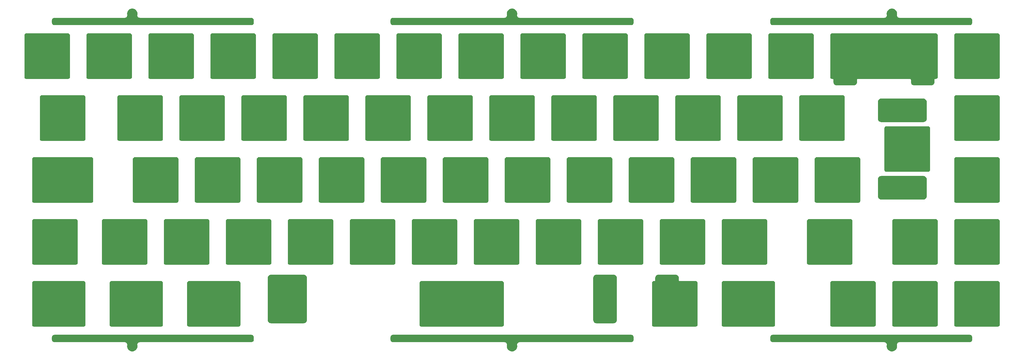
<source format=gbr>
%TF.GenerationSoftware,Altium Limited,Altium Designer,21.6.4 (81)*%
G04 Layer_Color=0*
%FSLAX45Y45*%
%MOMM*%
%TF.SameCoordinates,04F12F75-4F8B-4F25-9211-7CF3C9368DE0*%
%TF.FilePolarity,Positive*%
%TF.FileFunction,NonPlated,1,2,NPTH,Drill*%
%TF.Part,Single*%
G01*
G75*
G36*
X17368750Y6423502D02*
Y5133502D01*
X17367372Y5121263D01*
X17363304Y5109638D01*
X17356750Y5099210D01*
X17348042Y5090501D01*
X17337613Y5083948D01*
X17325987Y5079881D01*
X17313750Y5078501D01*
X16023750D01*
X16011513Y5079881D01*
X15999887Y5083948D01*
X15989458Y5090501D01*
X15980750Y5099210D01*
X15974197Y5109638D01*
X15970129Y5121263D01*
X15968750Y5133502D01*
Y6423502D01*
X15970129Y6435740D01*
X15974197Y6447365D01*
X15980750Y6457794D01*
X15989458Y6466502D01*
X15999887Y6473055D01*
X16011513Y6477123D01*
X16023750Y6478502D01*
X17313750D01*
X17325987Y6477123D01*
X17337613Y6473055D01*
X17348042Y6466502D01*
X17356750Y6457794D01*
X17363304Y6447365D01*
X17367372Y6435740D01*
X17368750Y6423502D01*
D02*
G37*
G36*
X14511250Y8328502D02*
X14511250Y7038502D01*
X14509871Y7026263D01*
X14505804Y7014638D01*
X14499251Y7004210D01*
X14490543Y6995501D01*
X14480113Y6988948D01*
X14468489Y6984880D01*
X14456250Y6983501D01*
X13166251D01*
X13154012Y6984880D01*
X13142387Y6988948D01*
X13131958Y6995501D01*
X13123248Y7004210D01*
X13116698Y7014638D01*
X13112630Y7026263D01*
X13111250Y7038502D01*
X13111249Y8328502D01*
X13112630Y8340740D01*
X13116696Y8352365D01*
X13123248Y8362794D01*
X13131956Y8371502D01*
X13142387Y8378055D01*
X13154012Y8382122D01*
X13166251Y8383502D01*
X14456248D01*
X14468488Y8382122D01*
X14480113Y8378055D01*
X14490543Y8371502D01*
X14499251Y8362794D01*
X14505803Y8352365D01*
X14509871Y8340740D01*
X14511250Y8328502D01*
D02*
G37*
G36*
X14035001Y10233502D02*
Y8943502D01*
X14033621Y8931263D01*
X14029553Y8919638D01*
X14023001Y8909210D01*
X14014291Y8900500D01*
X14003864Y8893948D01*
X13992238Y8889880D01*
X13979999Y8888501D01*
X12690000D01*
X12677761Y8889880D01*
X12666137Y8893948D01*
X12655707Y8900500D01*
X12646999Y8909210D01*
X12640446Y8919638D01*
X12636379Y8931263D01*
X12634999Y8943502D01*
Y10233502D01*
X12636379Y10245740D01*
X12640446Y10257365D01*
X12646999Y10267794D01*
X12655707Y10276502D01*
X12666137Y10283055D01*
X12677761Y10287123D01*
X12690000Y10288502D01*
X13979999D01*
X13992238Y10287123D01*
X14003864Y10283055D01*
X14014291Y10276502D01*
X14023001Y10267794D01*
X14029553Y10257365D01*
X14033621Y10245740D01*
X14035001Y10233502D01*
D02*
G37*
G36*
X14987500Y12138502D02*
Y10848502D01*
X14986121Y10836263D01*
X14982053Y10824638D01*
X14975500Y10814210D01*
X14966792Y10805500D01*
X14956363Y10798948D01*
X14944737Y10794880D01*
X14932500Y10793501D01*
X13642500D01*
X13630261Y10794880D01*
X13618636Y10798948D01*
X13608208Y10805500D01*
X13599500Y10814210D01*
X13592946Y10824638D01*
X13588878Y10836263D01*
X13587498Y10848502D01*
Y12138502D01*
X13588878Y12150740D01*
X13592946Y12162364D01*
X13599500Y12172794D01*
X13608208Y12181502D01*
X13618636Y12188055D01*
X13630261Y12192122D01*
X13642500Y12193502D01*
X14932500D01*
X14944737Y12192122D01*
X14956363Y12188055D01*
X14966792Y12181502D01*
X14975500Y12172794D01*
X14982053Y12162364D01*
X14986121Y12150740D01*
X14987500Y12138502D01*
D02*
G37*
G36*
X13558751Y6423502D02*
Y5133502D01*
X13557372Y5121263D01*
X13553304Y5109638D01*
X13546751Y5099210D01*
X13538043Y5090501D01*
X13527612Y5083948D01*
X13515990Y5079880D01*
X13503751Y5078501D01*
X12213751Y5078501D01*
X12201512Y5079880D01*
X12189887Y5083948D01*
X12179458Y5090500D01*
X12170749Y5099209D01*
X12164197Y5109638D01*
X12160129Y5121262D01*
X12158750Y5133501D01*
Y6423501D01*
X12160129Y6435740D01*
X12164197Y6447365D01*
X12170749Y6457793D01*
X12179458Y6466502D01*
X12189887Y6473054D01*
X12201512Y6477122D01*
X12213751Y6478501D01*
X13503751Y6478502D01*
X13515990Y6477122D01*
X13527612Y6473055D01*
X13538043Y6466502D01*
X13546751Y6457794D01*
X13553304Y6447365D01*
X13557372Y6435740D01*
X13558751Y6423502D01*
D02*
G37*
G36*
X18321249Y8328502D02*
Y7038502D01*
X18319872Y7026263D01*
X18315804Y7014638D01*
X18309251Y7004210D01*
X18300542Y6995501D01*
X18290112Y6988949D01*
X18278488Y6984881D01*
X18266249Y6983502D01*
X16976251Y6983501D01*
X16964012Y6984881D01*
X16952386Y6988948D01*
X16941959Y6995501D01*
X16933249Y7004210D01*
X16926697Y7014638D01*
X16922629Y7026263D01*
X16921249Y7038502D01*
X16921249Y8328502D01*
X16922629Y8340740D01*
X16926695Y8352365D01*
X16933249Y8362794D01*
X16941957Y8371502D01*
X16952386Y8378055D01*
X16964011Y8382123D01*
X16976250Y8383502D01*
X18266249Y8383502D01*
X18278488Y8382123D01*
X18290112Y8378055D01*
X18300542Y8371503D01*
X18309251Y8362794D01*
X18315804Y8352365D01*
X18319872Y8340741D01*
X18321249Y8328502D01*
D02*
G37*
G36*
X17845000Y10233502D02*
Y8943502D01*
X17843622Y8931263D01*
X17839554Y8919638D01*
X17833002Y8909210D01*
X17824292Y8900501D01*
X17813863Y8893948D01*
X17802238Y8889880D01*
X17789999Y8888501D01*
X16500000D01*
X16487761Y8889880D01*
X16476137Y8893948D01*
X16465707Y8900501D01*
X16456999Y8909210D01*
X16450446Y8919638D01*
X16446379Y8931263D01*
X16445000Y8943502D01*
Y10233502D01*
X16446379Y10245740D01*
X16450446Y10257365D01*
X16456999Y10267794D01*
X16465707Y10276503D01*
X16476137Y10283055D01*
X16487761Y10287123D01*
X16500000Y10288502D01*
X17789999D01*
X17802238Y10287123D01*
X17813863Y10283055D01*
X17824292Y10276503D01*
X17833002Y10267794D01*
X17839554Y10257365D01*
X17843622Y10245740D01*
X17845000Y10233502D01*
D02*
G37*
G36*
X15939999D02*
Y8943502D01*
X15938622Y8931263D01*
X15934554Y8919638D01*
X15928001Y8909210D01*
X15919292Y8900501D01*
X15908862Y8893948D01*
X15897238Y8889880D01*
X15884999Y8888501D01*
X14595000D01*
X14582761Y8889880D01*
X14571136Y8893948D01*
X14560707Y8900500D01*
X14551999Y8909210D01*
X14545445Y8919638D01*
X14541379Y8931263D01*
X14539999Y8943502D01*
Y10233502D01*
X14541379Y10245740D01*
X14545445Y10257365D01*
X14551999Y10267794D01*
X14560707Y10276502D01*
X14571136Y10283055D01*
X14582761Y10287123D01*
X14595000Y10288502D01*
X15884999D01*
X15897238Y10287123D01*
X15908862Y10283055D01*
X15919292Y10276503D01*
X15928001Y10267794D01*
X15934554Y10257365D01*
X15938622Y10245740D01*
X15939999Y10233502D01*
D02*
G37*
G36*
X13082500Y12138502D02*
Y10848502D01*
X13081120Y10836263D01*
X13077052Y10824638D01*
X13070502Y10814210D01*
X13061792Y10805500D01*
X13051363Y10798948D01*
X13039738Y10794880D01*
X13027499Y10793501D01*
X11737500D01*
X11725261Y10794880D01*
X11713636Y10798948D01*
X11703207Y10805500D01*
X11694499Y10814210D01*
X11687946Y10824638D01*
X11683878Y10836263D01*
X11682499Y10848502D01*
Y12138502D01*
X11683878Y12150740D01*
X11687946Y12162364D01*
X11694499Y12172794D01*
X11703207Y12181502D01*
X11713636Y12188055D01*
X11725261Y12192122D01*
X11737500Y12193502D01*
X13027499D01*
X13039738Y12192122D01*
X13051363Y12188055D01*
X13061792Y12181502D01*
X13070502Y12172794D01*
X13077052Y12162364D01*
X13081120Y12150740D01*
X13082500Y12138502D01*
D02*
G37*
G36*
X16416251Y8328502D02*
X16416251Y7038502D01*
X16414871Y7026263D01*
X16410805Y7014638D01*
X16404251Y7004210D01*
X16395543Y6995501D01*
X16385114Y6988948D01*
X16373489Y6984881D01*
X16361250Y6983501D01*
X15071251D01*
X15059012Y6984880D01*
X15047388Y6988948D01*
X15036958Y6995501D01*
X15028249Y7004210D01*
X15021696Y7014638D01*
X15017628Y7026263D01*
X15016251Y7038502D01*
X15016249Y8328502D01*
X15017628Y8340740D01*
X15021696Y8352365D01*
X15028249Y8362794D01*
X15036957Y8371502D01*
X15047388Y8378055D01*
X15059010Y8382122D01*
X15071249Y8383502D01*
X16361249D01*
X16373488Y8382123D01*
X16385114Y8378055D01*
X16395541Y8371502D01*
X16404251Y8362794D01*
X16410803Y8352365D01*
X16414871Y8340740D01*
X16416251Y8328502D01*
D02*
G37*
G36*
X15463751Y6423502D02*
Y5133502D01*
X15462370Y5121263D01*
X15458304Y5109638D01*
X15451752Y5099210D01*
X15443044Y5090501D01*
X15432613Y5083948D01*
X15420988Y5079881D01*
X15408749Y5078501D01*
X14118752D01*
X14106512Y5079880D01*
X14094887Y5083948D01*
X14084457Y5090501D01*
X14075749Y5099210D01*
X14069197Y5109638D01*
X14065129Y5121263D01*
X14063750Y5133502D01*
Y6423502D01*
X14065129Y6435740D01*
X14069197Y6447365D01*
X14075749Y6457794D01*
X14084457Y6466502D01*
X14094887Y6473055D01*
X14106512Y6477122D01*
X14118752Y6478502D01*
X15408749D01*
X15420988Y6477123D01*
X15432613Y6473055D01*
X15443044Y6466502D01*
X15451752Y6457794D01*
X15458304Y6447365D01*
X15462370Y6435740D01*
X15463751Y6423502D01*
D02*
G37*
G36*
X18797501Y12138502D02*
Y10848502D01*
X18796120Y10836263D01*
X18792055Y10824639D01*
X18785501Y10814210D01*
X18776791Y10805501D01*
X18766364Y10798948D01*
X18754738Y10794881D01*
X18742499Y10793501D01*
X17452501D01*
X17440262Y10794880D01*
X17428638Y10798948D01*
X17418208Y10805501D01*
X17409499Y10814210D01*
X17402946Y10824638D01*
X17398878Y10836263D01*
X17397501Y10848502D01*
Y12138502D01*
X17398878Y12150740D01*
X17402946Y12162365D01*
X17409499Y12172794D01*
X17418208Y12181503D01*
X17428638Y12188055D01*
X17440262Y12192123D01*
X17452501Y12193502D01*
X18742499D01*
X18754738Y12192123D01*
X18766364Y12188055D01*
X18776791Y12181503D01*
X18785501Y12172794D01*
X18792055Y12162365D01*
X18796120Y12150740D01*
X18797501Y12138502D01*
D02*
G37*
G36*
X16892500D02*
Y10848502D01*
X16891121Y10836263D01*
X16887053Y10824638D01*
X16880501Y10814210D01*
X16871793Y10805501D01*
X16861363Y10798948D01*
X16849738Y10794880D01*
X16837498Y10793501D01*
X15547501D01*
X15535262Y10794880D01*
X15523636Y10798948D01*
X15513206Y10805501D01*
X15504498Y10814210D01*
X15497946Y10824638D01*
X15493878Y10836263D01*
X15492499Y10848502D01*
Y12138502D01*
X15493878Y12150740D01*
X15497946Y12162365D01*
X15504498Y12172794D01*
X15513206Y12181503D01*
X15523636Y12188055D01*
X15535262Y12192123D01*
X15547501Y12193502D01*
X16837498D01*
X16849738Y12192123D01*
X16861363Y12188055D01*
X16871793Y12181503D01*
X16880501Y12172794D01*
X16887053Y12162365D01*
X16891121Y12150740D01*
X16892500Y12138502D01*
D02*
G37*
G36*
X17840001Y3273502D02*
X17816635Y3276134D01*
X17794443Y3283900D01*
X17774535Y3296410D01*
X17757909Y3313036D01*
X17745399Y3332944D01*
X17737633Y3355137D01*
X17735001Y3378501D01*
Y4668502D01*
X17737633Y4691866D01*
X17745399Y4714060D01*
X17757909Y4733968D01*
X17774535Y4750594D01*
X17794443Y4763104D01*
X17816635Y4770869D01*
X17840001Y4773502D01*
X18355000D01*
X18378365Y4770869D01*
X18400558Y4763104D01*
X18420467Y4750594D01*
X18437093Y4733968D01*
X18449603Y4714060D01*
X18457367Y4691867D01*
X18460001Y4668502D01*
Y3378501D01*
X18457367Y3355137D01*
X18449603Y3332944D01*
X18437093Y3313036D01*
X18420467Y3296410D01*
X18400558Y3283900D01*
X18378365Y3276134D01*
X18355000Y3273502D01*
X17840001D01*
D02*
G37*
G36*
X12451876Y4573502D02*
X14932500D01*
X14944739Y4572122D01*
X14956364Y4568055D01*
X14966792Y4561502D01*
X14975500Y4552794D01*
X14982054Y4542365D01*
X14986122Y4530740D01*
X14987502Y4518502D01*
Y3228502D01*
X14986122Y3216263D01*
X14982054Y3204638D01*
X14975500Y3194210D01*
X14966792Y3185501D01*
X14956364Y3178948D01*
X14944739Y3174881D01*
X14932500Y3173501D01*
X12449375Y3173501D01*
X12437693Y3174817D01*
X12426596Y3178701D01*
X12416642Y3184955D01*
X12408329Y3193268D01*
X12402074Y3203223D01*
X12398192Y3214319D01*
X12396875Y3226001D01*
Y4518502D01*
X12398254Y4530740D01*
X12402322Y4542365D01*
X12408874Y4552794D01*
X12417583Y4561502D01*
X12428012Y4568055D01*
X12439637Y4572122D01*
X12451876Y4573502D01*
D02*
G37*
G36*
X19218748Y5078502D02*
X17928751Y5078501D01*
X17916512Y5079881D01*
X17904887Y5083948D01*
X17894458Y5090501D01*
X17885748Y5099210D01*
X17879196Y5109638D01*
X17875128Y5121263D01*
X17873750Y5133502D01*
Y6423502D01*
X17875128Y6435740D01*
X17879196Y6447365D01*
X17885748Y6457794D01*
X17894458Y6466502D01*
X17904887Y6473055D01*
X17916512Y6477123D01*
X17928751Y6478502D01*
X19218748Y6478502D01*
X19230988Y6477123D01*
X19242613Y6473055D01*
X19253043Y6466503D01*
X19261751Y6457794D01*
X19268304Y6447365D01*
X19272372Y6435741D01*
X19273750Y6423502D01*
Y5133502D01*
X19272372Y5121263D01*
X19268304Y5109638D01*
X19261751Y5099210D01*
X19253043Y5090501D01*
X19242613Y5083949D01*
X19230988Y5079881D01*
X19218748Y5078502D01*
D02*
G37*
G36*
X10785000Y10288502D02*
X12074999D01*
X12087238Y10287122D01*
X12098863Y10283055D01*
X12109292Y10276502D01*
X12118001Y10267794D01*
X12124553Y10257364D01*
X12128621Y10245740D01*
X12130000Y10233502D01*
Y8943502D01*
X12128621Y8931263D01*
X12124553Y8919638D01*
X12118001Y8909210D01*
X12109292Y8900500D01*
X12098863Y8893948D01*
X12087238Y8889880D01*
X12074999Y8888501D01*
X10785000D01*
X10772761Y8889880D01*
X10761137Y8893948D01*
X10750707Y8900500D01*
X10741999Y8909210D01*
X10735446Y8919638D01*
X10731379Y8931263D01*
X10729999Y8943502D01*
Y10233502D01*
X10731379Y10245740D01*
X10735446Y10257364D01*
X10741999Y10267794D01*
X10750707Y10276502D01*
X10761137Y10283055D01*
X10772761Y10287122D01*
X10785000Y10288502D01*
D02*
G37*
G36*
X11177500Y10848502D02*
X11176121Y10836263D01*
X11172053Y10824638D01*
X11165501Y10814210D01*
X11156792Y10805500D01*
X11146363Y10798948D01*
X11134738Y10794880D01*
X11122499Y10793501D01*
X9832500D01*
X9820261Y10794880D01*
X9808637Y10798948D01*
X9798207Y10805500D01*
X9789499Y10814210D01*
X9782946Y10824638D01*
X9778879Y10836263D01*
X9777499Y10848502D01*
Y12138502D01*
X9778879Y12150740D01*
X9782946Y12162364D01*
X9789499Y12172794D01*
X9798207Y12181502D01*
X9808637Y12188055D01*
X9820261Y12192122D01*
X9832500Y12193502D01*
X11122499D01*
X11134738Y12192122D01*
X11146363Y12188055D01*
X11156792Y12181502D01*
X11165501Y12172794D01*
X11172053Y12162364D01*
X11176121Y12150740D01*
X11177500Y12138502D01*
Y10848502D01*
D02*
G37*
G36*
X9748751Y6423501D02*
Y5133501D01*
X9747371Y5121262D01*
X9743304Y5109638D01*
X9736751Y5099209D01*
X9728043Y5090500D01*
X9717613Y5083948D01*
X9705989Y5079880D01*
X9693750Y5078501D01*
X8403750D01*
X8391511Y5079880D01*
X8379887Y5083948D01*
X8369458Y5090500D01*
X8360749Y5099209D01*
X8354197Y5109637D01*
X8350129Y5121262D01*
X8348750Y5133501D01*
Y6423501D01*
X8350129Y6435740D01*
X8354197Y6447364D01*
X8360749Y6457793D01*
X8369458Y6466502D01*
X8379887Y6473054D01*
X8391511Y6477122D01*
X8403750Y6478501D01*
X9693750D01*
X9705989Y6477122D01*
X9717613Y6473054D01*
X9728043Y6466502D01*
X9736751Y6457793D01*
X9743304Y6447365D01*
X9747371Y6435740D01*
X9748751Y6423501D01*
D02*
G37*
G36*
X9272500Y12138500D02*
Y10848501D01*
X9271121Y10836262D01*
X9267053Y10824638D01*
X9260501Y10814208D01*
X9251792Y10805500D01*
X9241363Y10798947D01*
X9229738Y10794880D01*
X9217499Y10793500D01*
X7927500D01*
X7915261Y10794880D01*
X7903636Y10798947D01*
X7893207Y10805500D01*
X7884499Y10814208D01*
X7877946Y10824638D01*
X7873879Y10836262D01*
X7872499Y10848501D01*
Y12138500D01*
X7873879Y12150739D01*
X7877946Y12162364D01*
X7884499Y12172793D01*
X7893207Y12181502D01*
X7903636Y12188054D01*
X7915261Y12192122D01*
X7927500Y12193501D01*
X9217499D01*
X9229738Y12192122D01*
X9241363Y12188054D01*
X9251792Y12181502D01*
X9260501Y12172793D01*
X9267053Y12162364D01*
X9271121Y12150739D01*
X9272500Y12138500D01*
D02*
G37*
G36*
X10225000Y10233502D02*
Y8943502D01*
X10223621Y8931263D01*
X10219553Y8919638D01*
X10213001Y8909210D01*
X10204292Y8900500D01*
X10193863Y8893948D01*
X10182238Y8889880D01*
X10169999Y8888501D01*
X8880000Y8888500D01*
X8867761Y8889880D01*
X8856137Y8893947D01*
X8845707Y8900500D01*
X8836999Y8909208D01*
X8830446Y8919638D01*
X8826379Y8931262D01*
X8824999Y8943501D01*
Y10233500D01*
X8826379Y10245739D01*
X8830446Y10257364D01*
X8836999Y10267793D01*
X8845707Y10276502D01*
X8856137Y10283054D01*
X8867761Y10287122D01*
X8880000Y10288501D01*
X10169999Y10288502D01*
X10182238Y10287122D01*
X10193863Y10283055D01*
X10204292Y10276502D01*
X10213001Y10267794D01*
X10219553Y10257364D01*
X10223621Y10245740D01*
X10225000Y10233502D01*
D02*
G37*
G36*
X10701250Y8328501D02*
X10701251Y7038501D01*
X10699871Y7026262D01*
X10695804Y7014638D01*
X10689251Y7004209D01*
X10680543Y6995500D01*
X10670113Y6988948D01*
X10658489Y6984880D01*
X10646250Y6983501D01*
X9356251D01*
X9344012Y6984880D01*
X9332387Y6988948D01*
X9321958Y6995500D01*
X9313249Y7004209D01*
X9306697Y7014637D01*
X9302629Y7026262D01*
X9301250Y7038501D01*
X9301249Y8328501D01*
X9302629Y8340740D01*
X9306696Y8352364D01*
X9313249Y8362793D01*
X9321957Y8371502D01*
X9332387Y8378054D01*
X9344011Y8382122D01*
X9356250Y8383501D01*
X10646249D01*
X10658488Y8382122D01*
X10670113Y8378054D01*
X10680542Y8371502D01*
X10689251Y8362793D01*
X10695803Y8352365D01*
X10699871Y8340740D01*
X10701250Y8328501D01*
D02*
G37*
G36*
X8830000Y3273501D02*
X7838750Y3273501D01*
X7815385Y3276133D01*
X7793193Y3283899D01*
X7773284Y3296409D01*
X7756658Y3313035D01*
X7744149Y3332943D01*
X7736383Y3355136D01*
X7733751Y3378500D01*
Y4668501D01*
X7736383Y4691866D01*
X7744149Y4714059D01*
X7756658Y4733967D01*
X7773284Y4750593D01*
X7793193Y4763102D01*
X7815385Y4770868D01*
X7838750Y4773501D01*
X8830000D01*
X8853365Y4770868D01*
X8875558Y4763102D01*
X8895466Y4750593D01*
X8912093Y4733967D01*
X8924602Y4714059D01*
X8932367Y4691866D01*
X8935000Y4668501D01*
Y3378501D01*
X8932367Y3355136D01*
X8924602Y3332943D01*
X8912093Y3313035D01*
X8895466Y3296409D01*
X8875558Y3283899D01*
X8853365Y3276134D01*
X8830000Y3273501D01*
D02*
G37*
G36*
X7451250Y8383501D02*
X8741249D01*
X8753488Y8382122D01*
X8765113Y8378054D01*
X8775542Y8371502D01*
X8784251Y8362793D01*
X8790803Y8352364D01*
X8794871Y8340740D01*
X8796250Y8328501D01*
X8796251Y7038501D01*
X8794871Y7026262D01*
X8790804Y7014637D01*
X8784251Y7004209D01*
X8775543Y6995500D01*
X8765113Y6988948D01*
X8753489Y6984880D01*
X8741250Y6983501D01*
X7451250D01*
X7439011Y6984880D01*
X7427387Y6988948D01*
X7416958Y6995500D01*
X7408249Y7004209D01*
X7401697Y7014637D01*
X7397629Y7026262D01*
X7396250Y7038501D01*
Y8328501D01*
X7397629Y8340740D01*
X7401697Y8352364D01*
X7408249Y8362793D01*
X7416958Y8371502D01*
X7427387Y8378054D01*
X7439011Y8382122D01*
X7451250Y8383501D01*
D02*
G37*
G36*
X10308751Y6478501D02*
X11598750D01*
X11610989Y6477122D01*
X11622613Y6473054D01*
X11633043Y6466502D01*
X11641751Y6457793D01*
X11648304Y6447365D01*
X11652371Y6435740D01*
X11653751Y6423501D01*
Y5133501D01*
X11652371Y5121262D01*
X11648304Y5109638D01*
X11641751Y5099209D01*
X11633043Y5090500D01*
X11622613Y5083948D01*
X11610989Y5079880D01*
X11598750Y5078501D01*
X10308751D01*
X10296512Y5079880D01*
X10284887Y5083948D01*
X10274458Y5090500D01*
X10265749Y5099209D01*
X10259197Y5109638D01*
X10255129Y5121262D01*
X10253750Y5133501D01*
Y6423501D01*
X10255129Y6435740D01*
X10259197Y6447365D01*
X10265749Y6457793D01*
X10274458Y6466502D01*
X10284887Y6473054D01*
X10296512Y6477122D01*
X10308751Y6478501D01*
D02*
G37*
G36*
X11261250Y8383501D02*
X12551249Y8383502D01*
X12563488Y8382122D01*
X12575113Y8378055D01*
X12585542Y8371502D01*
X12594251Y8362794D01*
X12600803Y8352365D01*
X12604871Y8340740D01*
X12606250Y8328502D01*
X12606251Y7038502D01*
X12604871Y7026263D01*
X12600804Y7014638D01*
X12594251Y7004210D01*
X12585543Y6995501D01*
X12575113Y6988948D01*
X12563489Y6984880D01*
X12551250Y6983501D01*
X11261251Y6983501D01*
X11249012Y6984880D01*
X11237387Y6988948D01*
X11226958Y6995500D01*
X11218249Y7004209D01*
X11211697Y7014638D01*
X11207629Y7026262D01*
X11206250Y7038501D01*
X11206249Y8328501D01*
X11207629Y8340740D01*
X11211696Y8352365D01*
X11218249Y8362793D01*
X11226957Y8371502D01*
X11237387Y8378054D01*
X11249011Y8382122D01*
X11261250Y8383501D01*
D02*
G37*
G36*
X30172498Y5078503D02*
X28882501Y5078502D01*
X28870261Y5079882D01*
X28858636Y5083949D01*
X28848209Y5090502D01*
X28839499Y5099211D01*
X28832947Y5109639D01*
X28828879Y5121264D01*
X28827499Y5133503D01*
Y6423503D01*
X28828879Y6435741D01*
X28832947Y6447366D01*
X28839499Y6457795D01*
X28848209Y6466503D01*
X28858636Y6473056D01*
X28870261Y6477124D01*
X28882501Y6478503D01*
X30172498Y6478503D01*
X30184738Y6477124D01*
X30196362Y6473056D01*
X30206793Y6466504D01*
X30215500Y6457795D01*
X30222055Y6447366D01*
X30226123Y6435742D01*
X30227499Y6423503D01*
Y5133503D01*
X30226123Y5121264D01*
X30222055Y5109639D01*
X30215500Y5099211D01*
X30206793Y5090502D01*
X30196362Y5083950D01*
X30184738Y5079882D01*
X30172498Y5078503D01*
D02*
G37*
G36*
Y6983503D02*
X28882501Y6983502D01*
X28870261Y6984882D01*
X28858636Y6988949D01*
X28848209Y6995502D01*
X28839499Y7004211D01*
X28832947Y7014639D01*
X28828879Y7026264D01*
X28827499Y7038503D01*
Y8328503D01*
X28828879Y8340741D01*
X28832947Y8352366D01*
X28839499Y8362795D01*
X28848209Y8371503D01*
X28858636Y8378056D01*
X28870261Y8382124D01*
X28882501Y8383503D01*
X30172498Y8383503D01*
X30184738Y8382124D01*
X30196362Y8378056D01*
X30206793Y8371504D01*
X30215500Y8362795D01*
X30222055Y8352366D01*
X30226120Y8340742D01*
X30227499Y8328503D01*
Y7038503D01*
X30226123Y7026264D01*
X30222055Y7014639D01*
X30215500Y7004211D01*
X30206793Y6995502D01*
X30196362Y6988950D01*
X30184738Y6984882D01*
X30172498Y6983503D01*
D02*
G37*
G36*
Y8888502D02*
X28882501D01*
X28870261Y8889881D01*
X28858636Y8893949D01*
X28848209Y8900502D01*
X28839499Y8909211D01*
X28832947Y8919639D01*
X28828879Y8931264D01*
X28827499Y8943503D01*
Y10233503D01*
X28828879Y10245741D01*
X28832947Y10257366D01*
X28839499Y10267795D01*
X28848209Y10276504D01*
X28858636Y10283056D01*
X28870261Y10287124D01*
X28882501Y10288503D01*
X30172498D01*
X30184738Y10287124D01*
X30196362Y10283056D01*
X30206793Y10276504D01*
X30215500Y10267795D01*
X30222055Y10257366D01*
X30226120Y10245741D01*
X30227499Y10233503D01*
Y8943503D01*
X30226120Y8931264D01*
X30222055Y8919640D01*
X30215500Y8909211D01*
X30206793Y8900502D01*
X30196362Y8893949D01*
X30184738Y8889882D01*
X30172498Y8888502D01*
D02*
G37*
G36*
Y10793502D02*
X28882501D01*
X28870261Y10794881D01*
X28858636Y10798949D01*
X28848209Y10805502D01*
X28839499Y10814211D01*
X28832947Y10824639D01*
X28828879Y10836264D01*
X28827499Y10848503D01*
Y12138503D01*
X28828879Y12150741D01*
X28832947Y12162366D01*
X28839499Y12172795D01*
X28848209Y12181504D01*
X28858636Y12188056D01*
X28870261Y12192124D01*
X28882501Y12193503D01*
X30172498D01*
X30184738Y12192124D01*
X30196362Y12188056D01*
X30206793Y12181504D01*
X30215500Y12172795D01*
X30222055Y12162366D01*
X30226120Y12150741D01*
X30227499Y12138503D01*
Y10848503D01*
X30226120Y10836264D01*
X30222055Y10824640D01*
X30215500Y10814211D01*
X30206793Y10805502D01*
X30196362Y10798949D01*
X30184738Y10794882D01*
X30172498Y10793502D01*
D02*
G37*
G36*
Y3173503D02*
X28882501D01*
X28870261Y3174882D01*
X28858636Y3178949D01*
X28848209Y3185502D01*
X28839499Y3194211D01*
X28832947Y3204640D01*
X28828879Y3216264D01*
X28827499Y3228503D01*
Y4518503D01*
X28828879Y4530741D01*
X28832947Y4542366D01*
X28839499Y4552795D01*
X28848209Y4561503D01*
X28858636Y4568056D01*
X28870261Y4572124D01*
X28882501Y4573503D01*
X30172498Y4573503D01*
X30184738Y4572124D01*
X30196362Y4568056D01*
X30206793Y4561504D01*
X30215500Y4552795D01*
X30222055Y4542366D01*
X30226123Y4530742D01*
X30227499Y4518503D01*
Y3228503D01*
X30226123Y3216264D01*
X30222055Y3204640D01*
X30215500Y3194211D01*
X30206793Y3185502D01*
X30196362Y3178949D01*
X30184738Y3174882D01*
X30172498Y3173503D01*
D02*
G37*
G36*
X22215001Y10288503D02*
X23504999D01*
X23517238Y10287123D01*
X23528864Y10283056D01*
X23539291Y10276503D01*
X23548001Y10267795D01*
X23554555Y10257365D01*
X23558620Y10245741D01*
X23560001Y10233503D01*
Y8943503D01*
X23558620Y8931264D01*
X23554555Y8919639D01*
X23548001Y8909211D01*
X23539291Y8900501D01*
X23528864Y8893949D01*
X23517238Y8889881D01*
X23504999Y8888502D01*
X22215001D01*
X22202762Y8889881D01*
X22191138Y8893949D01*
X22180708Y8900501D01*
X22171999Y8909211D01*
X22165446Y8919639D01*
X22161378Y8931264D01*
X22160001Y8943503D01*
Y10233503D01*
X22161378Y10245741D01*
X22165446Y10257365D01*
X22171999Y10267795D01*
X22180708Y10276503D01*
X22191138Y10283056D01*
X22202762Y10287123D01*
X22215001Y10288503D01*
D02*
G37*
G36*
X22691251Y8383502D02*
X23981248Y8383503D01*
X23993488Y8382123D01*
X24005113Y8378056D01*
X24015543Y8371503D01*
X24024251Y8362795D01*
X24030804Y8352366D01*
X24034869Y8340741D01*
X24036250Y8328503D01*
Y7038503D01*
X24034872Y7026264D01*
X24030804Y7014639D01*
X24024251Y7004211D01*
X24015543Y6995502D01*
X24005113Y6988949D01*
X23993488Y6984881D01*
X23981248Y6983502D01*
X22691251Y6983502D01*
X22679012Y6984881D01*
X22667387Y6988949D01*
X22656958Y6995501D01*
X22648248Y7004210D01*
X22641696Y7014639D01*
X22637630Y7026263D01*
X22636250Y7038502D01*
Y8328502D01*
X22637628Y8340741D01*
X22641696Y8352366D01*
X22648248Y8362794D01*
X22656958Y8371503D01*
X22667387Y8378055D01*
X22679012Y8382123D01*
X22691251Y8383502D01*
D02*
G37*
G36*
X21738751Y4573502D02*
X23266875D01*
X23279114Y4572123D01*
X23290739Y4568055D01*
X23301167Y4561503D01*
X23309877Y4552794D01*
X23316428Y4542366D01*
X23320496Y4530741D01*
X23321877Y4518502D01*
Y3228502D01*
X23320496Y3216264D01*
X23316428Y3204639D01*
X23309877Y3194210D01*
X23301167Y3185502D01*
X23290739Y3178949D01*
X23279114Y3174881D01*
X23266875Y3173502D01*
X21738751Y3173502D01*
X21726512Y3174881D01*
X21714886Y3178949D01*
X21704459Y3185501D01*
X21695749Y3194210D01*
X21689195Y3204639D01*
X21685130Y3216263D01*
X21683749Y3228502D01*
Y4518502D01*
X21685130Y4530741D01*
X21689195Y4542366D01*
X21695749Y4552794D01*
X21704459Y4561503D01*
X21714886Y4568055D01*
X21726512Y4572123D01*
X21738751Y4573502D01*
D02*
G37*
G36*
X23167500Y12193503D02*
X24457500D01*
X24469737Y12192123D01*
X24481363Y12188056D01*
X24491792Y12181503D01*
X24500500Y12172795D01*
X24507054Y12162365D01*
X24511121Y12150741D01*
X24512500Y12138503D01*
Y10848503D01*
X24511121Y10836264D01*
X24507054Y10824639D01*
X24500500Y10814211D01*
X24491792Y10805501D01*
X24481363Y10798949D01*
X24469737Y10794881D01*
X24457500Y10793502D01*
X23167500D01*
X23155263Y10794881D01*
X23143637Y10798949D01*
X23133208Y10805501D01*
X23124500Y10814211D01*
X23117946Y10824639D01*
X23113878Y10836264D01*
X23112500Y10848503D01*
Y12138503D01*
X23113878Y12150741D01*
X23117946Y12162365D01*
X23124500Y12172795D01*
X23133208Y12181503D01*
X23143637Y12188056D01*
X23155263Y12192123D01*
X23167500Y12193503D01*
D02*
G37*
G36*
X27498126Y10766002D02*
X27497433Y10772122D01*
X27495401Y10777934D01*
X27492126Y10783148D01*
X27487769Y10787503D01*
X27482556Y10790780D01*
X27476746Y10792814D01*
X27470624Y10793502D01*
X25869373D01*
X25863254Y10792813D01*
X25857443Y10790780D01*
X25852228Y10787503D01*
X25847876Y10783148D01*
X25844598Y10777934D01*
X25842563Y10772122D01*
X25841876Y10766002D01*
Y10698502D01*
X25839240Y10675137D01*
X25831476Y10652945D01*
X25818967Y10633036D01*
X25802341Y10616411D01*
X25782434Y10603901D01*
X25760239Y10596135D01*
X25736874Y10593503D01*
X25221875D01*
X25198509Y10596135D01*
X25176317Y10603901D01*
X25156409Y10616411D01*
X25139783Y10633036D01*
X25127274Y10652945D01*
X25119507Y10675137D01*
X25116875Y10698502D01*
Y10766002D01*
X25116183Y10772122D01*
X25114149Y10777934D01*
X25110875Y10783148D01*
X25106520Y10787503D01*
X25101306Y10790780D01*
X25095496Y10792813D01*
X25089374Y10793502D01*
X25072501D01*
X25060262Y10794881D01*
X25048637Y10798949D01*
X25038208Y10805501D01*
X25029498Y10814211D01*
X25022946Y10824639D01*
X25018878Y10836264D01*
X25017500Y10848503D01*
Y12138503D01*
X25018878Y12150741D01*
X25022946Y12162365D01*
X25029498Y12172795D01*
X25038208Y12181503D01*
X25048637Y12188056D01*
X25060262Y12192123D01*
X25072501Y12193503D01*
X28267499D01*
X28279739Y12192124D01*
X28291364Y12188056D01*
X28301791Y12181504D01*
X28310501Y12172795D01*
X28317053Y12162366D01*
X28321121Y12150741D01*
X28322501Y12138503D01*
Y10848503D01*
X28321121Y10836264D01*
X28317053Y10824639D01*
X28310501Y10814211D01*
X28301791Y10805502D01*
X28291364Y10798949D01*
X28279739Y10794881D01*
X28267499Y10793502D01*
X28250623D01*
X28244504Y10792814D01*
X28238693Y10790780D01*
X28233478Y10787503D01*
X28229126Y10783148D01*
X28225848Y10777934D01*
X28223813Y10772122D01*
X28223126Y10766002D01*
Y10698502D01*
X28220490Y10675138D01*
X28212726Y10652945D01*
X28200217Y10633036D01*
X28183591Y10616411D01*
X28163684Y10603901D01*
X28141489Y10596135D01*
X28118124Y10593503D01*
X27603125D01*
X27579758Y10596135D01*
X27557568Y10603901D01*
X27537659Y10616411D01*
X27521033Y10633036D01*
X27508524Y10652945D01*
X27500757Y10675138D01*
X27498126Y10698502D01*
Y10766002D01*
D02*
G37*
G36*
X25941251Y8328503D02*
Y7038503D01*
X25939871Y7026264D01*
X25935803Y7014639D01*
X25929251Y7004211D01*
X25920541Y6995502D01*
X25910114Y6988949D01*
X25898489Y6984881D01*
X25886249Y6983502D01*
X24596251D01*
X24584012Y6984881D01*
X24572388Y6988949D01*
X24561958Y6995502D01*
X24553249Y7004211D01*
X24546696Y7014639D01*
X24542630Y7026264D01*
X24541251Y7038503D01*
Y8328503D01*
X24542628Y8340741D01*
X24546696Y8352366D01*
X24553249Y8362795D01*
X24561958Y8371503D01*
X24572388Y8378056D01*
X24584012Y8382123D01*
X24596251Y8383503D01*
X25886249D01*
X25898489Y8382123D01*
X25910114Y8378056D01*
X25920541Y8371503D01*
X25929251Y8362795D01*
X25935803Y8352366D01*
X25939871Y8340741D01*
X25941251Y8328503D01*
D02*
G37*
G36*
X26484375Y7702878D02*
X26487006Y7726242D01*
X26494772Y7748435D01*
X26507281Y7768344D01*
X26523907Y7784970D01*
X26543817Y7797479D01*
X26566010Y7805245D01*
X26589374Y7807877D01*
X27879376Y7807878D01*
X27902740Y7805245D01*
X27924933Y7797479D01*
X27944839Y7784970D01*
X27961465Y7768344D01*
X27973978Y7748436D01*
X27981741Y7726243D01*
X27984375Y7702878D01*
Y7187877D01*
X27981744Y7164513D01*
X27973978Y7142320D01*
X27961469Y7122411D01*
X27944843Y7105785D01*
X27924933Y7093276D01*
X27902740Y7085510D01*
X27879376Y7082878D01*
X26589377Y7082877D01*
X26566010Y7085510D01*
X26543817Y7093276D01*
X26523911Y7105785D01*
X26507285Y7122411D01*
X26494775Y7142319D01*
X26487009Y7164512D01*
X26484375Y7187877D01*
Y7702878D01*
D02*
G37*
G36*
X26739374Y9336003D02*
X28029376D01*
X28041614Y9334624D01*
X28053238Y9330556D01*
X28063669Y9324004D01*
X28072375Y9315295D01*
X28078928Y9304866D01*
X28082996Y9293241D01*
X28084375Y9281003D01*
Y7991003D01*
X28082996Y7978764D01*
X28078928Y7967139D01*
X28072375Y7956711D01*
X28063669Y7948002D01*
X28053238Y7941449D01*
X28041614Y7937382D01*
X28029376Y7936002D01*
X26739374D01*
X26727136Y7937381D01*
X26715512Y7941449D01*
X26705081Y7948002D01*
X26696375Y7956711D01*
X26689822Y7967139D01*
X26685754Y7978764D01*
X26684375Y7991003D01*
Y9281003D01*
X26685754Y9293241D01*
X26689822Y9304866D01*
X26696375Y9315295D01*
X26705081Y9324003D01*
X26715512Y9330556D01*
X26727136Y9334624D01*
X26739374Y9336003D01*
D02*
G37*
G36*
X27984375Y9569128D02*
X27981741Y9545763D01*
X27973978Y9523569D01*
X27961465Y9503661D01*
X27944839Y9487035D01*
X27924933Y9474526D01*
X27902740Y9466760D01*
X27879376Y9464127D01*
X26589374D01*
X26566010Y9466760D01*
X26543817Y9474526D01*
X26523907Y9487035D01*
X26507281Y9503661D01*
X26494772Y9523569D01*
X26487006Y9545763D01*
X26484375Y9569127D01*
Y10084127D01*
X26487006Y10107492D01*
X26494772Y10129686D01*
X26507281Y10149594D01*
X26523907Y10166220D01*
X26543817Y10178729D01*
X26566010Y10186495D01*
X26589374Y10189128D01*
X27879376D01*
X27902740Y10186495D01*
X27924933Y10178729D01*
X27944839Y10166220D01*
X27961465Y10149594D01*
X27973978Y10129686D01*
X27981741Y10107492D01*
X27984375Y10084128D01*
Y9569128D01*
D02*
G37*
G36*
X25464999Y10233503D02*
Y8943503D01*
X25463620Y8931264D01*
X25459554Y8919639D01*
X25453001Y8909211D01*
X25444292Y8900501D01*
X25433862Y8893949D01*
X25422238Y8889881D01*
X25409999Y8888502D01*
X24120001D01*
X24107762Y8889881D01*
X24096136Y8893949D01*
X24085709Y8900501D01*
X24076999Y8909211D01*
X24070445Y8919639D01*
X24066377Y8931264D01*
X24064999Y8943503D01*
Y10233503D01*
X24066377Y10245741D01*
X24070445Y10257366D01*
X24076999Y10267795D01*
X24085709Y10276503D01*
X24096136Y10283056D01*
X24107762Y10287124D01*
X24120001Y10288503D01*
X25409999D01*
X25422238Y10287124D01*
X25433862Y10283056D01*
X25444292Y10276503D01*
X25453001Y10267795D01*
X25459554Y10257366D01*
X25463620Y10245741D01*
X25464999Y10233503D01*
D02*
G37*
G36*
X25703125Y6423503D02*
Y5133503D01*
X25701746Y5121264D01*
X25697678Y5109639D01*
X25691125Y5099211D01*
X25682419Y5090502D01*
X25671988Y5083949D01*
X25660364Y5079881D01*
X25648126Y5078502D01*
X24358125D01*
X24345886Y5079881D01*
X24334264Y5083949D01*
X24323833Y5090502D01*
X24315125Y5099211D01*
X24308572Y5109639D01*
X24304504Y5121264D01*
X24303123Y5133503D01*
Y6423503D01*
X24304504Y6435741D01*
X24308572Y6447366D01*
X24315125Y6457795D01*
X24323833Y6466503D01*
X24334264Y6473056D01*
X24345886Y6477123D01*
X24358125Y6478503D01*
X25648126D01*
X25660364Y6477123D01*
X25671988Y6473056D01*
X25682419Y6466503D01*
X25691125Y6457795D01*
X25697678Y6447366D01*
X25701746Y6435741D01*
X25703125Y6423503D01*
D02*
G37*
G36*
X26417499Y4518503D02*
Y3228503D01*
X26416122Y3216264D01*
X26412054Y3204639D01*
X26405502Y3194211D01*
X26396793Y3185502D01*
X26386362Y3178949D01*
X26374738Y3174882D01*
X26362500Y3173502D01*
X25072501Y3173502D01*
X25060262Y3174881D01*
X25048637Y3178949D01*
X25038208Y3185502D01*
X25029498Y3194210D01*
X25022946Y3204639D01*
X25018880Y3216264D01*
X25017500Y3228502D01*
Y4518503D01*
X25018880Y4530741D01*
X25022946Y4542366D01*
X25029498Y4552795D01*
X25038208Y4561503D01*
X25048637Y4568056D01*
X25060262Y4572123D01*
X25072501Y4573503D01*
X26362500D01*
X26374738Y4572123D01*
X26386362Y4568056D01*
X26396793Y4561503D01*
X26405502Y4552795D01*
X26412054Y4542366D01*
X26416122Y4530741D01*
X26417499Y4518503D01*
D02*
G37*
G36*
X28322501Y6423503D02*
Y5133503D01*
X28321121Y5121264D01*
X28317053Y5109639D01*
X28310501Y5099211D01*
X28301791Y5090502D01*
X28291364Y5083949D01*
X28279739Y5079882D01*
X28267499Y5078502D01*
X26977502D01*
X26965262Y5079882D01*
X26953638Y5083949D01*
X26943207Y5090502D01*
X26934500Y5099211D01*
X26927945Y5109639D01*
X26923880Y5121264D01*
X26922501Y5133503D01*
Y6423503D01*
X26923880Y6435741D01*
X26927945Y6447366D01*
X26934500Y6457795D01*
X26943207Y6466503D01*
X26953638Y6473056D01*
X26965262Y6477124D01*
X26977502Y6478503D01*
X28267499D01*
X28279739Y6477124D01*
X28291364Y6473056D01*
X28301791Y6466503D01*
X28310501Y6457795D01*
X28317053Y6447366D01*
X28321121Y6435741D01*
X28322501Y6423503D01*
D02*
G37*
G36*
Y4518503D02*
Y3228503D01*
X28321121Y3216264D01*
X28317053Y3204640D01*
X28310501Y3194211D01*
X28301791Y3185502D01*
X28291364Y3178949D01*
X28279739Y3174882D01*
X28267499Y3173502D01*
X26977502D01*
X26965262Y3174882D01*
X26953638Y3178949D01*
X26943207Y3185502D01*
X26934500Y3194211D01*
X26927945Y3204639D01*
X26923880Y3216264D01*
X26922501Y3228503D01*
Y4518503D01*
X26923880Y4530741D01*
X26927945Y4542366D01*
X26934500Y4552795D01*
X26943207Y4561503D01*
X26953638Y4568056D01*
X26965262Y4572124D01*
X26977502Y4573503D01*
X28267499D01*
X28279739Y4572124D01*
X28291364Y4568056D01*
X28301791Y4561503D01*
X28310501Y4552795D01*
X28317053Y4542366D01*
X28321121Y4530741D01*
X28322501Y4518503D01*
D02*
G37*
G36*
X23028749Y5078502D02*
X21738751D01*
X21726512Y5079881D01*
X21714886Y5083949D01*
X21704459Y5090501D01*
X21695749Y5099210D01*
X21689195Y5109639D01*
X21685130Y5121263D01*
X21683749Y5133502D01*
Y6423502D01*
X21685130Y6435741D01*
X21689195Y6447366D01*
X21695749Y6457794D01*
X21704459Y6466503D01*
X21714886Y6473055D01*
X21726512Y6477123D01*
X21738751Y6478502D01*
X23028749D01*
X23040988Y6477123D01*
X23052612Y6473055D01*
X23063042Y6466503D01*
X23071751Y6457794D01*
X23078304Y6447366D01*
X23082372Y6435741D01*
X23083749Y6423502D01*
Y5133502D01*
X23082372Y5121263D01*
X23078304Y5109639D01*
X23071751Y5099210D01*
X23063042Y5090501D01*
X23052612Y5083949D01*
X23040988Y5079881D01*
X23028749Y5078502D01*
D02*
G37*
G36*
X22607500Y12138503D02*
Y10848503D01*
X22606120Y10836264D01*
X22602054Y10824639D01*
X22595502Y10814211D01*
X22586792Y10805501D01*
X22576363Y10798949D01*
X22564738Y10794881D01*
X22552499Y10793502D01*
X21262502D01*
X21250262Y10794881D01*
X21238637Y10798949D01*
X21228207Y10805501D01*
X21219499Y10814211D01*
X21212946Y10824639D01*
X21208878Y10836264D01*
X21207500Y10848503D01*
Y12138503D01*
X21208878Y12150741D01*
X21212946Y12162365D01*
X21219499Y12172795D01*
X21228207Y12181503D01*
X21238637Y12188056D01*
X21250262Y12192123D01*
X21262502Y12193503D01*
X22552499D01*
X22564738Y12192123D01*
X22576363Y12188056D01*
X22586792Y12181503D01*
X22595502Y12172795D01*
X22602054Y12162365D01*
X22606120Y12150741D01*
X22607500Y12138503D01*
D02*
G37*
G36*
X22131250Y8328502D02*
Y7038502D01*
X22129872Y7026263D01*
X22125804Y7014639D01*
X22119250Y7004210D01*
X22110542Y6995501D01*
X22100113Y6988949D01*
X22088487Y6984881D01*
X22076250Y6983502D01*
X20786250D01*
X20774013Y6984881D01*
X20762387Y6988949D01*
X20751958Y6995501D01*
X20743250Y7004210D01*
X20736696Y7014638D01*
X20732629Y7026263D01*
X20731250Y7038502D01*
Y8328502D01*
X20732628Y8340741D01*
X20736696Y8352365D01*
X20743250Y8362794D01*
X20751958Y8371503D01*
X20762387Y8378055D01*
X20774013Y8382123D01*
X20786250Y8383502D01*
X22076250D01*
X22088487Y8382123D01*
X22100113Y8378055D01*
X22110542Y8371503D01*
X22119250Y8362794D01*
X22125804Y8352366D01*
X22129871Y8340741D01*
X22131250Y8328502D01*
D02*
G37*
G36*
X21655000Y10233503D02*
Y8943503D01*
X21653619Y8931264D01*
X21649554Y8919639D01*
X21643001Y8909211D01*
X21634293Y8900501D01*
X21623863Y8893949D01*
X21612238Y8889881D01*
X21599998Y8888502D01*
X20310001Y8888501D01*
X20297762Y8889881D01*
X20286137Y8893948D01*
X20275708Y8900501D01*
X20266998Y8909210D01*
X20260446Y8919639D01*
X20256378Y8931263D01*
X20255000Y8943502D01*
Y10233502D01*
X20256378Y10245740D01*
X20260446Y10257365D01*
X20266998Y10267794D01*
X20275708Y10276503D01*
X20286137Y10283055D01*
X20297762Y10287123D01*
X20310001Y10288502D01*
X21599998Y10288503D01*
X21612238Y10287123D01*
X21623863Y10283056D01*
X21634293Y10276503D01*
X21643001Y10267795D01*
X21649554Y10257365D01*
X21653619Y10245741D01*
X21655000Y10233503D01*
D02*
G37*
G36*
X21178751Y6423502D02*
Y5133502D01*
X21177373Y5121263D01*
X21173305Y5109639D01*
X21166751Y5099210D01*
X21158041Y5090501D01*
X21147614Y5083949D01*
X21135988Y5079881D01*
X21123749Y5078502D01*
X19833751D01*
X19821512Y5079881D01*
X19809888Y5083949D01*
X19799458Y5090501D01*
X19790749Y5099210D01*
X19784196Y5109638D01*
X19780130Y5121263D01*
X19778751Y5133502D01*
Y6423502D01*
X19780130Y6435741D01*
X19784196Y6447365D01*
X19790749Y6457794D01*
X19799458Y6466503D01*
X19809888Y6473055D01*
X19821512Y6477123D01*
X19833751Y6478502D01*
X21123749D01*
X21135988Y6477123D01*
X21147614Y6473055D01*
X21158041Y6466503D01*
X21166751Y6457794D01*
X21173305Y6447366D01*
X21177373Y6435741D01*
X21178751Y6423502D01*
D02*
G37*
G36*
X20365001Y4601002D02*
X20365691Y4594882D01*
X20367725Y4589070D01*
X20370999Y4583856D01*
X20375354Y4579502D01*
X20380568Y4576225D01*
X20386382Y4574192D01*
X20392500Y4573502D01*
X20885625D01*
X20897864Y4572123D01*
X20909489Y4568055D01*
X20919917Y4561503D01*
X20928627Y4552794D01*
X20935178Y4542365D01*
X20939246Y4530741D01*
X20940627Y4518502D01*
Y3228502D01*
X20939246Y3216263D01*
X20935178Y3204639D01*
X20928627Y3194210D01*
X20919917Y3185501D01*
X20909489Y3178949D01*
X20897864Y3174881D01*
X20885625Y3173502D01*
X19595625Y3173502D01*
X19583386Y3174881D01*
X19571764Y3178948D01*
X19561333Y3185501D01*
X19552625Y3194210D01*
X19546072Y3204638D01*
X19542004Y3216263D01*
X19540623Y3228502D01*
Y4518502D01*
X19542004Y4530741D01*
X19546072Y4542365D01*
X19552625Y4552794D01*
X19561333Y4561503D01*
X19571764Y4568055D01*
X19583386Y4572123D01*
X19595625Y4573502D01*
X19612500D01*
X19618620Y4574192D01*
X19624432Y4576225D01*
X19629646Y4579502D01*
X19634001Y4583856D01*
X19637276Y4589070D01*
X19639310Y4594882D01*
X19640001Y4601002D01*
Y4668502D01*
X19642633Y4691867D01*
X19650398Y4714060D01*
X19662907Y4733968D01*
X19679533Y4750594D01*
X19699443Y4763104D01*
X19721635Y4770869D01*
X19745001Y4773502D01*
X20260001D01*
X20283365Y4770869D01*
X20305559Y4763104D01*
X20325465Y4750594D01*
X20342091Y4733968D01*
X20354604Y4714060D01*
X20362367Y4691867D01*
X20365001Y4668502D01*
Y4601002D01*
D02*
G37*
G36*
X19302499Y12138502D02*
X19303877Y12150740D01*
X19307945Y12162365D01*
X19314499Y12172794D01*
X19323209Y12181503D01*
X19333636Y12188055D01*
X19345262Y12192123D01*
X19357501Y12193502D01*
X20647499D01*
X20659738Y12192123D01*
X20671362Y12188055D01*
X20681792Y12181503D01*
X20690501Y12172794D01*
X20697054Y12162365D01*
X20701120Y12150740D01*
X20702499Y12138502D01*
Y10848502D01*
X20701120Y10836263D01*
X20697054Y10824639D01*
X20690501Y10814210D01*
X20681792Y10805501D01*
X20671362Y10798948D01*
X20659738Y10794881D01*
X20647499Y10793501D01*
X19357501D01*
X19345262Y10794881D01*
X19333636Y10798948D01*
X19323209Y10805501D01*
X19314499Y10814210D01*
X19307945Y10824639D01*
X19303877Y10836263D01*
X19302499Y10848502D01*
Y12138502D01*
D02*
G37*
G36*
X19695000Y8888501D02*
X18405000D01*
X18392763Y8889881D01*
X18381137Y8893948D01*
X18370708Y8900501D01*
X18362000Y8909210D01*
X18355446Y8919639D01*
X18351378Y8931263D01*
X18350000Y8943502D01*
Y10233502D01*
X18351378Y10245740D01*
X18355446Y10257365D01*
X18362000Y10267794D01*
X18370708Y10276503D01*
X18381137Y10283055D01*
X18392763Y10287123D01*
X18405000Y10288502D01*
X19695000D01*
X19707237Y10287123D01*
X19718863Y10283055D01*
X19729292Y10276503D01*
X19738000Y10267794D01*
X19744554Y10257365D01*
X19748621Y10245740D01*
X19750000Y10233502D01*
Y8943502D01*
X19748621Y8931263D01*
X19744554Y8919639D01*
X19738000Y8909210D01*
X19729292Y8900501D01*
X19718863Y8893948D01*
X19707237Y8889881D01*
X19695000Y8888501D01*
D02*
G37*
G36*
X20171249Y6983502D02*
X18881252D01*
X18869012Y6984881D01*
X18857387Y6988949D01*
X18846957Y6995501D01*
X18838249Y7004210D01*
X18831696Y7014638D01*
X18827628Y7026263D01*
X18826250Y7038502D01*
Y8328502D01*
X18827628Y8340741D01*
X18831696Y8352365D01*
X18838249Y8362794D01*
X18846957Y8371503D01*
X18857387Y8378055D01*
X18869012Y8382123D01*
X18881252Y8383502D01*
X20171249D01*
X20183488Y8382123D01*
X20195113Y8378055D01*
X20205542Y8371503D01*
X20214252Y8362794D01*
X20220804Y8352365D01*
X20224870Y8340741D01*
X20226250Y8328502D01*
Y7038502D01*
X20224872Y7026263D01*
X20220804Y7014638D01*
X20214252Y7004210D01*
X20205542Y6995501D01*
X20195113Y6988949D01*
X20183488Y6984881D01*
X20171249Y6983502D01*
D02*
G37*
G36*
X11580399Y12446001D02*
X11563154Y12447945D01*
X11546774Y12453676D01*
X11532080Y12462909D01*
X11519807Y12475181D01*
X11510575Y12489875D01*
X11504843Y12506256D01*
X11502900Y12523501D01*
Y12596001D01*
X11504843Y12613247D01*
X11510575Y12629627D01*
X11519807Y12644321D01*
X11532080Y12656593D01*
X11546774Y12665826D01*
X11563154Y12671558D01*
X11580399Y12673501D01*
X15007298D01*
X15024326Y12675395D01*
X15040521Y12680984D01*
X15055093Y12689994D01*
X15067329Y12701986D01*
X15076631Y12716373D01*
X15082545Y12732453D01*
X15084782Y12749439D01*
X15083232Y12766501D01*
X15080003Y12799642D01*
X15083705Y12832733D01*
X15094176Y12864342D01*
X15110960Y12893100D01*
X15133334Y12917760D01*
X15160329Y12937254D01*
X15190775Y12950742D01*
X15223351Y12957632D01*
X15256648Y12957632D01*
X15289224Y12950742D01*
X15319670Y12937254D01*
X15346664Y12917760D01*
X15369038Y12893102D01*
X15385825Y12864343D01*
X15396294Y12832735D01*
X15399995Y12799643D01*
X15396767Y12766502D01*
X15395216Y12749440D01*
X15397453Y12732453D01*
X15403368Y12716374D01*
X15412669Y12701986D01*
X15424905Y12689994D01*
X15439478Y12680985D01*
X15455673Y12675396D01*
X15472702Y12673502D01*
X18899599D01*
X18916846Y12671559D01*
X18933224Y12665827D01*
X18947920Y12656593D01*
X18960191Y12644322D01*
X18969424Y12629628D01*
X18975157Y12613247D01*
X18977100Y12596002D01*
Y12523501D01*
X18975157Y12506257D01*
X18969424Y12489876D01*
X18960191Y12475182D01*
X18947920Y12462910D01*
X18933224Y12453677D01*
X18916846Y12447945D01*
X18899599Y12446002D01*
X11580399Y12446001D01*
D02*
G37*
G36*
X23252899Y2921002D02*
X29304599Y2921003D01*
X29321844Y2919060D01*
X29338226Y2913328D01*
X29352921Y2904095D01*
X29365192Y2891823D01*
X29374426Y2877129D01*
X29380157Y2860748D01*
X29382101Y2843503D01*
Y2771003D01*
X29380157Y2753758D01*
X29374426Y2737377D01*
X29365192Y2722683D01*
X29352921Y2710411D01*
X29338226Y2701178D01*
X29321844Y2695446D01*
X29304599Y2693503D01*
X27145200Y2693503D01*
X27128174Y2691609D01*
X27111978Y2686020D01*
X27097406Y2677010D01*
X27085172Y2665018D01*
X27075867Y2650631D01*
X27069955Y2634551D01*
X27067719Y2617565D01*
X27069269Y2600502D01*
X27072498Y2567361D01*
X27068796Y2534270D01*
X27058325Y2502661D01*
X27041537Y2473904D01*
X27019165Y2449244D01*
X26992172Y2429749D01*
X26961725Y2416263D01*
X26929150Y2409371D01*
X26895850D01*
X26863275Y2416263D01*
X26832831Y2429749D01*
X26805835Y2449244D01*
X26783463Y2473904D01*
X26766675Y2502661D01*
X26756207Y2534270D01*
X26752505Y2567361D01*
X26755731Y2600502D01*
X26757281Y2617565D01*
X26755048Y2634551D01*
X26749133Y2650631D01*
X26739828Y2665018D01*
X26727594Y2677010D01*
X26713022Y2686020D01*
X26696826Y2691609D01*
X26679797Y2693503D01*
X23252899Y2693503D01*
X23235657Y2695445D01*
X23219273Y2701177D01*
X23204581Y2710410D01*
X23192310Y2722682D01*
X23183076Y2737377D01*
X23177344Y2753757D01*
X23175401Y2771002D01*
Y2843502D01*
X23177344Y2860747D01*
X23183076Y2877128D01*
X23192310Y2891823D01*
X23204581Y2904094D01*
X23219273Y2913327D01*
X23235657Y2919059D01*
X23252899Y2921002D01*
D02*
G37*
G36*
X11580401Y2693502D02*
X11563155Y2695444D01*
X11546774Y2701176D01*
X11532080Y2710409D01*
X11519808Y2722681D01*
X11510575Y2737376D01*
X11504844Y2753756D01*
X11502900Y2771001D01*
Y2843501D01*
X11504844Y2860746D01*
X11510575Y2877127D01*
X11519808Y2891822D01*
X11532080Y2904093D01*
X11546774Y2913326D01*
X11563155Y2919058D01*
X11580401Y2921001D01*
X18899599Y2921002D01*
X18916846Y2919059D01*
X18933228Y2913327D01*
X18947920Y2904094D01*
X18960191Y2891822D01*
X18969424Y2877128D01*
X18975157Y2860747D01*
X18977100Y2843502D01*
Y2771002D01*
X18975157Y2753756D01*
X18969424Y2737376D01*
X18960191Y2722682D01*
X18947920Y2710410D01*
X18933228Y2701177D01*
X18916846Y2695445D01*
X18899599Y2693502D01*
X15472702Y2693502D01*
X15455675Y2691608D01*
X15439478Y2686019D01*
X15424907Y2677009D01*
X15412669Y2665017D01*
X15403369Y2650630D01*
X15397455Y2634550D01*
X15395216Y2617564D01*
X15396768Y2600501D01*
X15399997Y2567360D01*
X15396295Y2534269D01*
X15385825Y2502660D01*
X15369038Y2473903D01*
X15346664Y2449243D01*
X15319672Y2429748D01*
X15289226Y2416262D01*
X15256648Y2409370D01*
X15223352D01*
X15190775Y2416262D01*
X15160330Y2429748D01*
X15133336Y2449243D01*
X15110960Y2473903D01*
X15094176Y2502660D01*
X15083707Y2534269D01*
X15080003Y2567360D01*
X15083234Y2600501D01*
X15084782Y2617564D01*
X15082545Y2634550D01*
X15076633Y2650630D01*
X15067329Y2665017D01*
X15055093Y2677009D01*
X15040521Y2686019D01*
X15024327Y2691608D01*
X15007298Y2693502D01*
X11580401Y2693502D01*
D02*
G37*
G36*
X23252899Y12673502D02*
X26679797D01*
X26696826Y12675396D01*
X26713022Y12680985D01*
X26727594Y12689995D01*
X26739828Y12701987D01*
X26749133Y12716374D01*
X26755045Y12732454D01*
X26757281Y12749440D01*
X26755731Y12766502D01*
X26752502Y12799643D01*
X26756207Y12832735D01*
X26766675Y12864343D01*
X26783463Y12893102D01*
X26805835Y12917761D01*
X26832828Y12937256D01*
X26863275Y12950743D01*
X26895850Y12957634D01*
X26929150D01*
X26961725Y12950743D01*
X26992169Y12937256D01*
X27019165Y12917761D01*
X27041537Y12893102D01*
X27058325Y12864343D01*
X27068793Y12832735D01*
X27072498Y12799644D01*
X27069269Y12766503D01*
X27067719Y12749441D01*
X27069955Y12732454D01*
X27075867Y12716375D01*
X27085172Y12701987D01*
X27097406Y12689995D01*
X27111978Y12680986D01*
X27128174Y12675397D01*
X27145200Y12673503D01*
X29304599D01*
X29321844Y12671560D01*
X29338226Y12665828D01*
X29352921Y12656594D01*
X29365192Y12644323D01*
X29374426Y12629629D01*
X29380157Y12613248D01*
X29382101Y12596003D01*
Y12523503D01*
X29380157Y12506258D01*
X29374426Y12489877D01*
X29365192Y12475183D01*
X29352921Y12462911D01*
X29338226Y12453678D01*
X29321844Y12447946D01*
X29304599Y12446003D01*
X23252899Y12446002D01*
X23235654Y12447946D01*
X23219273Y12453677D01*
X23204578Y12462910D01*
X23192307Y12475182D01*
X23183073Y12489876D01*
X23177344Y12506257D01*
X23175398Y12523503D01*
Y12596002D01*
X23177344Y12613248D01*
X23183073Y12629628D01*
X23192307Y12644322D01*
X23204578Y12656594D01*
X23219273Y12665827D01*
X23235654Y12671559D01*
X23252899Y12673502D01*
D02*
G37*
G36*
X6498751Y6478501D02*
X7788750Y6478501D01*
X7800989Y6477122D01*
X7812613Y6473054D01*
X7823042Y6466502D01*
X7831751Y6457793D01*
X7838303Y6447364D01*
X7842371Y6435740D01*
X7843750Y6423501D01*
Y5133501D01*
X7842371Y5121262D01*
X7838303Y5109637D01*
X7831751Y5099209D01*
X7823042Y5090500D01*
X7812613Y5083948D01*
X7800989Y5079880D01*
X7788750Y5078501D01*
X6498751Y5078500D01*
X6486512Y5079880D01*
X6474887Y5083947D01*
X6464458Y5090500D01*
X6455749Y5099208D01*
X6449196Y5109637D01*
X6445129Y5121262D01*
X6443750Y5133501D01*
Y6423500D01*
X6445129Y6435739D01*
X6449196Y6447364D01*
X6455749Y6457793D01*
X6464458Y6466501D01*
X6474887Y6473054D01*
X6486512Y6477122D01*
X6498751Y6478501D01*
D02*
G37*
G36*
X4510000Y10233500D02*
Y8943501D01*
X4508621Y8931262D01*
X4504554Y8919637D01*
X4498001Y8909208D01*
X4489292Y8900500D01*
X4478863Y8893947D01*
X4467238Y8889879D01*
X4454999Y8888500D01*
X3165001D01*
X3152762Y8889879D01*
X3141137Y8893947D01*
X3130708Y8900499D01*
X3121999Y8909208D01*
X3115446Y8919637D01*
X3111379Y8931262D01*
X3110000Y8943501D01*
X3110000Y10233500D01*
X3111379Y10245739D01*
X3115446Y10257364D01*
X3121999Y10267793D01*
X3130708Y10276501D01*
X3141136Y10283054D01*
X3152762Y10287122D01*
X3165000Y10288501D01*
X4454999D01*
X4467238Y10287122D01*
X4478863Y10283054D01*
X4489292Y10276502D01*
X4498001Y10267793D01*
X4504554Y10257364D01*
X4508621Y10245739D01*
X4510000Y10233500D01*
D02*
G37*
G36*
X6415000D02*
Y8943501D01*
X6413621Y8931262D01*
X6409554Y8919637D01*
X6403001Y8909208D01*
X6394292Y8900500D01*
X6383863Y8893947D01*
X6372238Y8889879D01*
X6359999Y8888500D01*
X5070001D01*
X5057762Y8889879D01*
X5046137Y8893947D01*
X5035708Y8900500D01*
X5026999Y8909208D01*
X5020446Y8919637D01*
X5016379Y8931262D01*
X5015000Y8943501D01*
Y10233500D01*
X5016379Y10245739D01*
X5020446Y10257364D01*
X5026999Y10267793D01*
X5035708Y10276502D01*
X5046137Y10283054D01*
X5057762Y10287122D01*
X5070001Y10288501D01*
X6359999D01*
X6372238Y10287122D01*
X6383863Y10283054D01*
X6394292Y10276502D01*
X6403001Y10267793D01*
X6409554Y10257364D01*
X6413621Y10245739D01*
X6415000Y10233500D01*
D02*
G37*
G36*
X4986250Y8328500D02*
Y7038501D01*
X4984871Y7026262D01*
X4980804Y7014637D01*
X4974251Y7004208D01*
X4965542Y6995500D01*
X4955113Y6988947D01*
X4943488Y6984880D01*
X4931249Y6983500D01*
X3641251D01*
X3629012Y6984880D01*
X3617387Y6988947D01*
X3606958Y6995500D01*
X3598249Y7004208D01*
X3591696Y7014637D01*
X3587629Y7026262D01*
X3586250Y7038501D01*
Y8328500D01*
X3587629Y8340739D01*
X3591696Y8352364D01*
X3598249Y8362793D01*
X3606958Y8371501D01*
X3617387Y8378054D01*
X3629012Y8382122D01*
X3641251Y8383501D01*
X4931249D01*
X4943488Y8382122D01*
X4955113Y8378054D01*
X4965542Y8371501D01*
X4974251Y8362793D01*
X4980804Y8352364D01*
X4984871Y8340739D01*
X4986250Y8328500D01*
D02*
G37*
G36*
X5462499Y12138500D02*
Y10848501D01*
X5461120Y10836262D01*
X5457053Y10824637D01*
X5450500Y10814208D01*
X5441791Y10805500D01*
X5431363Y10798947D01*
X5419738Y10794879D01*
X5407499Y10793500D01*
X4117500D01*
X4105262Y10794879D01*
X4093636Y10798947D01*
X4083208Y10805500D01*
X4074499Y10814208D01*
X4067946Y10824637D01*
X4063879Y10836262D01*
X4062500Y10848501D01*
X4062500Y12138500D01*
X4063879Y12150739D01*
X4067946Y12162364D01*
X4074499Y12172793D01*
X4083208Y12181502D01*
X4093636Y12188054D01*
X4105261Y12192122D01*
X4117500Y12193501D01*
X5407499D01*
X5419738Y12192122D01*
X5431363Y12188054D01*
X5441791Y12181502D01*
X5450500Y12172793D01*
X5457053Y12162364D01*
X5461120Y12150739D01*
X5462499Y12138500D01*
D02*
G37*
G36*
X6891250Y8328501D02*
Y7038501D01*
X6889871Y7026262D01*
X6885803Y7014637D01*
X6879251Y7004209D01*
X6870542Y6995500D01*
X6860113Y6988948D01*
X6848489Y6984880D01*
X6836250Y6983501D01*
X5546251Y6983500D01*
X5534012Y6984880D01*
X5522387Y6988947D01*
X5511958Y6995500D01*
X5503249Y7004208D01*
X5496696Y7014637D01*
X5492629Y7026262D01*
X5491250Y7038501D01*
Y8328500D01*
X5492629Y8340739D01*
X5496696Y8352364D01*
X5503249Y8362793D01*
X5511958Y8371501D01*
X5522387Y8378054D01*
X5534012Y8382122D01*
X5546251Y8383501D01*
X6836250Y8383501D01*
X6848489Y8382122D01*
X6860113Y8378054D01*
X6870542Y8371502D01*
X6879251Y8362793D01*
X6885803Y8352364D01*
X6889871Y8340740D01*
X6891250Y8328501D01*
D02*
G37*
G36*
X5938750Y6423500D02*
Y5133501D01*
X5937371Y5121262D01*
X5933304Y5109637D01*
X5926751Y5099208D01*
X5918042Y5090500D01*
X5907613Y5083947D01*
X5895988Y5079880D01*
X5883749Y5078500D01*
X4593751D01*
X4581512Y5079880D01*
X4569887Y5083947D01*
X4559458Y5090500D01*
X4550749Y5099208D01*
X4544196Y5109637D01*
X4540129Y5121262D01*
X4538750Y5133501D01*
Y6423500D01*
X4540129Y6435739D01*
X4544196Y6447364D01*
X4550749Y6457793D01*
X4559458Y6466501D01*
X4569887Y6473054D01*
X4581512Y6477122D01*
X4593751Y6478501D01*
X5883749D01*
X5895988Y6477122D01*
X5907613Y6473054D01*
X5918042Y6466501D01*
X5926751Y6457793D01*
X5933304Y6447364D01*
X5937371Y6435739D01*
X5938750Y6423500D01*
D02*
G37*
G36*
X5308125Y4573501D02*
X6836250Y4573501D01*
X6848489Y4572122D01*
X6860114Y4568054D01*
X6870543Y4561502D01*
X6879251Y4552793D01*
X6885804Y4542364D01*
X6889871Y4530740D01*
X6891251Y4518501D01*
Y3228501D01*
X6889871Y3216262D01*
X6885804Y3204637D01*
X6879251Y3194209D01*
X6870543Y3185500D01*
X6860114Y3178947D01*
X6848489Y3174880D01*
X6836250Y3173501D01*
X5308125D01*
X5295886Y3174880D01*
X5284262Y3178947D01*
X5273833Y3185500D01*
X5265125Y3194209D01*
X5258573Y3204637D01*
X5254505Y3216262D01*
X5253125Y3228501D01*
Y4518500D01*
X5254505Y4530739D01*
X5258573Y4542364D01*
X5265125Y4552793D01*
X5273833Y4561501D01*
X5284262Y4568054D01*
X5295886Y4572122D01*
X5308125Y4573501D01*
D02*
G37*
G36*
X4455000Y3173500D02*
X2926875D01*
X2914636Y3174880D01*
X2903012Y3178947D01*
X2892583Y3185500D01*
X2883875Y3194208D01*
X2877323Y3204637D01*
X2873255Y3216262D01*
X2871875Y3228501D01*
X2871875Y4518500D01*
X2873254Y4530739D01*
X2877322Y4542364D01*
X2883875Y4552793D01*
X2892583Y4561501D01*
X2903012Y4568054D01*
X2914636Y4572121D01*
X2926875Y4573501D01*
X4455000D01*
X4467239Y4572122D01*
X4478864Y4568054D01*
X4489292Y4561501D01*
X4498001Y4552793D01*
X4504554Y4542364D01*
X4508621Y4530739D01*
X4510000Y4518500D01*
Y3228501D01*
X4508621Y3216262D01*
X4504554Y3204637D01*
X4498001Y3194208D01*
X4489292Y3185500D01*
X4478864Y3178947D01*
X4467239Y3174880D01*
X4455000Y3173500D01*
D02*
G37*
G36*
X3557499Y12138500D02*
X3557499Y10848501D01*
X3556121Y10836262D01*
X3552054Y10824637D01*
X3545500Y10814208D01*
X3536791Y10805499D01*
X3526363Y10798947D01*
X3514738Y10794879D01*
X3502499Y10793500D01*
X2212500D01*
X2200262Y10794879D01*
X2188636Y10798947D01*
X2178208Y10805499D01*
X2169499Y10814208D01*
X2162946Y10824637D01*
X2158879Y10836262D01*
X2157500Y10848501D01*
X2157500Y12138500D01*
X2158879Y12150739D01*
X2162946Y12162363D01*
X2169499Y12172793D01*
X2178208Y12181501D01*
X2188636Y12188054D01*
X2200261Y12192121D01*
X2212500Y12193501D01*
X3502499D01*
X3514738Y12192121D01*
X3526363Y12188054D01*
X3536791Y12181501D01*
X3545500Y12172793D01*
X3552053Y12162363D01*
X3556120Y12150739D01*
X3557499Y12138500D01*
D02*
G37*
G36*
X4033750Y6423500D02*
X4033750Y5133501D01*
X4032371Y5121262D01*
X4028304Y5109637D01*
X4021751Y5099208D01*
X4013042Y5090500D01*
X4002614Y5083947D01*
X3990988Y5079880D01*
X3978750Y5078500D01*
X2688751D01*
X2676512Y5079879D01*
X2664887Y5083947D01*
X2654459Y5090500D01*
X2645750Y5099208D01*
X2639196Y5109637D01*
X2635129Y5121262D01*
X2633751Y5133501D01*
X2633750Y6423500D01*
X2635129Y6435739D01*
X2639196Y6447364D01*
X2645749Y6457793D01*
X2654458Y6466501D01*
X2664887Y6473054D01*
X2676512Y6477121D01*
X2688751Y6478501D01*
X3978749D01*
X3990988Y6477122D01*
X4002613Y6473054D01*
X4013042Y6466501D01*
X4021751Y6457793D01*
X4028304Y6447364D01*
X4032371Y6435739D01*
X4033750Y6423500D01*
D02*
G37*
G36*
X545625Y4573500D02*
X2073750Y4573501D01*
X2085988Y4572121D01*
X2097614Y4568054D01*
X2108042Y4561501D01*
X2116751Y4552793D01*
X2123304Y4542364D01*
X2127371Y4530739D01*
X2128750Y4518500D01*
X2128750Y3228500D01*
X2127371Y3216262D01*
X2123304Y3204637D01*
X2116751Y3194208D01*
X2108042Y3185500D01*
X2097614Y3178947D01*
X2085989Y3174879D01*
X2073750Y3173500D01*
X545625D01*
X533386Y3174879D01*
X521762Y3178947D01*
X511333Y3185500D01*
X502625Y3194208D01*
X496073Y3204637D01*
X492005Y3216262D01*
X490625Y3228500D01*
X490625Y4518500D01*
X492004Y4530739D01*
X496072Y4542364D01*
X502625Y4552792D01*
X511333Y4561501D01*
X521762Y4568053D01*
X533386Y4572121D01*
X545625Y4573500D01*
D02*
G37*
G36*
X545625Y6478500D02*
X1835625Y6478501D01*
X1847864Y6477121D01*
X1859488Y6473054D01*
X1869918Y6466501D01*
X1878626Y6457793D01*
X1885178Y6447364D01*
X1889246Y6435739D01*
X1890626Y6423500D01*
X1890626Y5133501D01*
X1889246Y5121262D01*
X1885178Y5109637D01*
X1878626Y5099208D01*
X1869918Y5090500D01*
X1859489Y5083947D01*
X1847864Y5079879D01*
X1835626Y5078500D01*
X545625Y5078500D01*
X533386Y5079879D01*
X521762Y5083947D01*
X511333Y5090499D01*
X502625Y5099208D01*
X496072Y5109637D01*
X492004Y5121261D01*
X490625Y5133500D01*
X490624Y6423500D01*
X492004Y6435739D01*
X496072Y6447364D01*
X502624Y6457792D01*
X511332Y6466501D01*
X521762Y6473053D01*
X533386Y6477121D01*
X545625Y6478500D01*
D02*
G37*
G36*
Y8383500D02*
X2311875Y8383501D01*
X2324114Y8382121D01*
X2335738Y8378054D01*
X2346168Y8371501D01*
X2354876Y8362793D01*
X2361428Y8352364D01*
X2365496Y8340739D01*
X2366876Y8328500D01*
Y7038501D01*
X2365496Y7026262D01*
X2361428Y7014637D01*
X2354876Y7004208D01*
X2346168Y6995500D01*
X2335738Y6988947D01*
X2324114Y6984879D01*
X2311875Y6983500D01*
X545625Y6983500D01*
X533386Y6984879D01*
X521762Y6988947D01*
X511332Y6995499D01*
X502624Y7004208D01*
X496072Y7014637D01*
X492004Y7026261D01*
X490624Y7038500D01*
Y8328500D01*
X492004Y8340739D01*
X496072Y8352364D01*
X502624Y8362792D01*
X511332Y8371501D01*
X521762Y8378053D01*
X533386Y8382121D01*
X545625Y8383500D01*
D02*
G37*
G36*
X783750Y10288501D02*
X2073749D01*
X2085988Y10287122D01*
X2097613Y10283054D01*
X2108041Y10276501D01*
X2116750Y10267793D01*
X2123304Y10257364D01*
X2127371Y10245739D01*
X2128749Y10233500D01*
X2128750Y8943501D01*
X2127371Y8931262D01*
X2123304Y8919637D01*
X2116751Y8909208D01*
X2108042Y8900499D01*
X2097613Y8893947D01*
X2085988Y8889879D01*
X2073749Y8888500D01*
X783751D01*
X771512Y8889879D01*
X759887Y8893947D01*
X749458Y8900499D01*
X740749Y8909208D01*
X734196Y8919637D01*
X730129Y8931262D01*
X728750Y8943501D01*
X728750Y10233500D01*
X730129Y10245739D01*
X734196Y10257364D01*
X740749Y10267793D01*
X749458Y10276501D01*
X759886Y10283054D01*
X771512Y10287122D01*
X783750Y10288501D01*
D02*
G37*
G36*
X307500Y12193501D02*
X1597499D01*
X1609738Y12192121D01*
X1621363Y12188054D01*
X1631791Y12181501D01*
X1640500Y12172793D01*
X1647053Y12162363D01*
X1651120Y12150739D01*
X1652499Y12138500D01*
X1652499Y10848501D01*
X1651121Y10836262D01*
X1647054Y10824637D01*
X1640500Y10814208D01*
X1631791Y10805499D01*
X1621363Y10798947D01*
X1609738Y10794879D01*
X1597499Y10793500D01*
X307500D01*
X295262Y10794879D01*
X283636Y10798947D01*
X273208Y10805499D01*
X264499Y10814208D01*
X257946Y10824637D01*
X253879Y10836262D01*
X252500Y10848501D01*
X252500Y12138500D01*
X253879Y12150739D01*
X257946Y12162363D01*
X264499Y12172793D01*
X273208Y12181501D01*
X283636Y12188054D01*
X295261Y12192121D01*
X307500Y12193501D01*
D02*
G37*
G36*
X7304601Y2843501D02*
Y2771001D01*
X7302657Y2753755D01*
X7296926Y2737375D01*
X7287692Y2722681D01*
X7275421Y2710409D01*
X7260727Y2701176D01*
X7244346Y2695444D01*
X7227101Y2693501D01*
X3800202Y2693501D01*
X3783174Y2691607D01*
X3766979Y2686018D01*
X3752408Y2677008D01*
X3740171Y2665016D01*
X3730868Y2650629D01*
X3724954Y2634549D01*
X3722718Y2617563D01*
X3724268Y2600500D01*
X3727496Y2567359D01*
X3723795Y2534268D01*
X3713326Y2502659D01*
X3696540Y2473902D01*
X3674165Y2449242D01*
X3647171Y2429747D01*
X3616726Y2416261D01*
X3584150Y2409369D01*
X3550851D01*
X3518274Y2416261D01*
X3487830Y2429747D01*
X3460836Y2449242D01*
X3438461Y2473902D01*
X3421675Y2502659D01*
X3411205Y2534268D01*
X3407504Y2567359D01*
X3410733Y2600500D01*
X3412283Y2617563D01*
X3410046Y2634549D01*
X3404133Y2650629D01*
X3394830Y2665016D01*
X3382594Y2677008D01*
X3368022Y2686018D01*
X3351827Y2691607D01*
X3334799Y2693501D01*
X1175401Y2693501D01*
X1158155Y2695443D01*
X1141774Y2701175D01*
X1127080Y2710408D01*
X1114809Y2722680D01*
X1105575Y2737375D01*
X1099844Y2753755D01*
X1097900Y2771000D01*
Y2843500D01*
X1099844Y2860745D01*
X1105575Y2877126D01*
X1114809Y2891821D01*
X1127080Y2904092D01*
X1141774Y2913325D01*
X1158155Y2919057D01*
X1175401Y2921000D01*
X7227101Y2921001D01*
X7244346Y2919058D01*
X7260727Y2913326D01*
X7275421Y2904092D01*
X7287692Y2891821D01*
X7296926Y2877127D01*
X7302657Y2860746D01*
X7304601Y2843501D01*
D02*
G37*
G36*
X6975000Y10288501D02*
X8265000D01*
X8277239Y10287122D01*
X8288863Y10283054D01*
X8299292Y10276502D01*
X8308001Y10267793D01*
X8314553Y10257364D01*
X8318621Y10245739D01*
X8320000Y10233500D01*
Y8943501D01*
X8318621Y8931262D01*
X8314553Y8919638D01*
X8308001Y8909208D01*
X8299292Y8900500D01*
X8288863Y8893947D01*
X8277239Y8889880D01*
X8265000Y8888500D01*
X6975000D01*
X6962761Y8889880D01*
X6951137Y8893947D01*
X6940708Y8900500D01*
X6931999Y8909208D01*
X6925447Y8919638D01*
X6921379Y8931262D01*
X6920000Y8943501D01*
Y10233500D01*
X6921379Y10245739D01*
X6925447Y10257364D01*
X6931999Y10267793D01*
X6940708Y10276502D01*
X6951137Y10283054D01*
X6962761Y10287122D01*
X6975000Y10288501D01*
D02*
G37*
G36*
X6022500Y12193501D02*
X7312499D01*
X7324738Y12192122D01*
X7336363Y12188054D01*
X7346792Y12181502D01*
X7355500Y12172793D01*
X7362053Y12162364D01*
X7366120Y12150739D01*
X7367500Y12138500D01*
Y10848501D01*
X7366120Y10836262D01*
X7362053Y10824638D01*
X7355500Y10814208D01*
X7346792Y10805500D01*
X7336363Y10798947D01*
X7324738Y10794880D01*
X7312499Y10793500D01*
X6022500D01*
X6010261Y10794879D01*
X5998636Y10798947D01*
X5988208Y10805500D01*
X5979499Y10814208D01*
X5972946Y10824637D01*
X5968879Y10836262D01*
X5967500Y10848501D01*
Y12138500D01*
X5968879Y12150739D01*
X5972946Y12162364D01*
X5979499Y12172793D01*
X5988208Y12181502D01*
X5998636Y12188054D01*
X6010261Y12192122D01*
X6022500Y12193501D01*
D02*
G37*
G36*
X7227100Y12446001D02*
X1175400Y12446000D01*
X1158154Y12447944D01*
X1141773Y12453675D01*
X1127079Y12462908D01*
X1114808Y12475180D01*
X1105574Y12489874D01*
X1099843Y12506255D01*
X1097899Y12523500D01*
Y12596000D01*
X1099843Y12613246D01*
X1105574Y12629626D01*
X1114808Y12644320D01*
X1127079Y12656592D01*
X1141773Y12665825D01*
X1158154Y12671557D01*
X1175400Y12673500D01*
X3334798D01*
X3351826Y12675393D01*
X3368021Y12680983D01*
X3382593Y12689993D01*
X3394829Y12701985D01*
X3404132Y12716372D01*
X3410045Y12732452D01*
X3412282Y12749438D01*
X3410732Y12766500D01*
X3407503Y12799641D01*
X3411204Y12832732D01*
X3421674Y12864342D01*
X3438460Y12893098D01*
X3460835Y12917760D01*
X3487829Y12937254D01*
X3518273Y12950740D01*
X3550850Y12957631D01*
X3584149D01*
X3616725Y12950740D01*
X3647170Y12937254D01*
X3674164Y12917760D01*
X3696539Y12893100D01*
X3713325Y12864342D01*
X3723794Y12832733D01*
X3727495Y12799642D01*
X3724267Y12766501D01*
X3722717Y12749439D01*
X3724953Y12732452D01*
X3730867Y12716373D01*
X3740170Y12701985D01*
X3752407Y12689993D01*
X3766978Y12680984D01*
X3783173Y12675395D01*
X3800201Y12673501D01*
X7227100D01*
X7244345Y12671558D01*
X7260726Y12665826D01*
X7275420Y12656592D01*
X7287691Y12644321D01*
X7296925Y12629627D01*
X7302656Y12613246D01*
X7304600Y12596001D01*
Y12523500D01*
X7302656Y12506256D01*
X7296925Y12489875D01*
X7287691Y12475181D01*
X7275420Y12462909D01*
X7260726Y12453676D01*
X7244345Y12447944D01*
X7227100Y12446001D01*
D02*
G37*
%TF.MD5,996469a063c61e88af6c686c536fbb94*%
M02*

</source>
